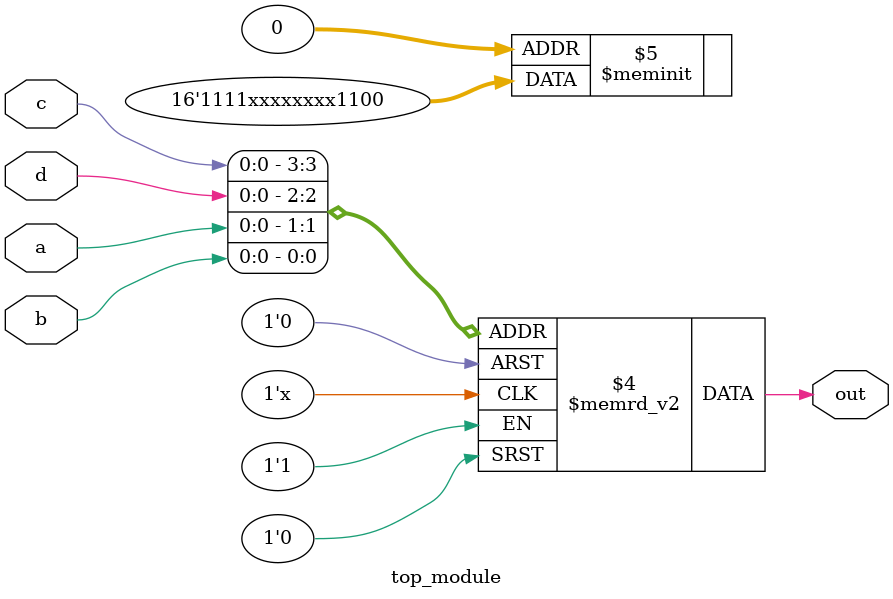
<source format=sv>
module top_module (
    input a, 
    input b,
    input c,
    input d,
    output reg out
);

always @(*) begin
    case ({c, d, a, b})
        4'b0011: out = 1'b1;
        4'b0010: out = 1'b1;
        4'b0001: out = 1'b0;
        4'b0000: out = 1'b0; // don't-care, set to 0
        4'b1111: out = 1'b1;
        4'b1110: out = 1'b1;
        4'b1101: out = 1'b1;
        4'b1100: out = 1'b1;
    endcase
end

endmodule

</source>
